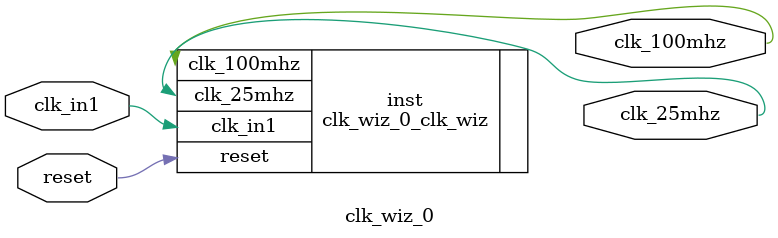
<source format=v>


`timescale 1ps/1ps

(* CORE_GENERATION_INFO = "clk_wiz_0,clk_wiz_v6_0_3_0_0,{component_name=clk_wiz_0,use_phase_alignment=true,use_min_o_jitter=false,use_max_i_jitter=false,use_dyn_phase_shift=false,use_inclk_switchover=false,use_dyn_reconfig=false,enable_axi=0,feedback_source=FDBK_AUTO,PRIMITIVE=PLL,num_out_clk=2,clkin1_period=10.000,clkin2_period=10.000,use_power_down=false,use_reset=true,use_locked=false,use_inclk_stopped=false,feedback_type=SINGLE,CLOCK_MGR_TYPE=NA,manual_override=false}" *)

module clk_wiz_0 
 (
  // Clock out ports
  output        clk_100mhz,
  output        clk_25mhz,
  // Status and control signals
  input         reset,
 // Clock in ports
  input         clk_in1
 );

  clk_wiz_0_clk_wiz inst
  (
  // Clock out ports  
  .clk_100mhz(clk_100mhz),
  .clk_25mhz(clk_25mhz),
  // Status and control signals               
  .reset(reset), 
 // Clock in ports
  .clk_in1(clk_in1)
  );

endmodule

</source>
